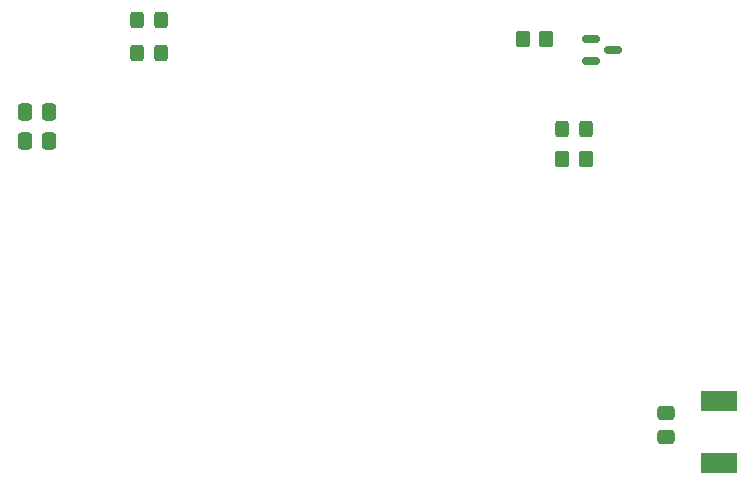
<source format=gbr>
%TF.GenerationSoftware,KiCad,Pcbnew,9.0.0*%
%TF.CreationDate,2025-04-30T00:07:22-04:00*%
%TF.ProjectId,W4MLB_Band_Display,57344d4c-425f-4426-916e-645f44697370,1.0*%
%TF.SameCoordinates,Original*%
%TF.FileFunction,Paste,Top*%
%TF.FilePolarity,Positive*%
%FSLAX46Y46*%
G04 Gerber Fmt 4.6, Leading zero omitted, Abs format (unit mm)*
G04 Created by KiCad (PCBNEW 9.0.0) date 2025-04-30 00:07:22*
%MOMM*%
%LPD*%
G01*
G04 APERTURE LIST*
G04 Aperture macros list*
%AMRoundRect*
0 Rectangle with rounded corners*
0 $1 Rounding radius*
0 $2 $3 $4 $5 $6 $7 $8 $9 X,Y pos of 4 corners*
0 Add a 4 corners polygon primitive as box body*
4,1,4,$2,$3,$4,$5,$6,$7,$8,$9,$2,$3,0*
0 Add four circle primitives for the rounded corners*
1,1,$1+$1,$2,$3*
1,1,$1+$1,$4,$5*
1,1,$1+$1,$6,$7*
1,1,$1+$1,$8,$9*
0 Add four rect primitives between the rounded corners*
20,1,$1+$1,$2,$3,$4,$5,0*
20,1,$1+$1,$4,$5,$6,$7,0*
20,1,$1+$1,$6,$7,$8,$9,0*
20,1,$1+$1,$8,$9,$2,$3,0*%
G04 Aperture macros list end*
%ADD10RoundRect,0.250000X-0.350000X-0.450000X0.350000X-0.450000X0.350000X0.450000X-0.350000X0.450000X0*%
%ADD11RoundRect,0.250000X-0.475000X0.337500X-0.475000X-0.337500X0.475000X-0.337500X0.475000X0.337500X0*%
%ADD12RoundRect,0.250000X0.325000X0.450000X-0.325000X0.450000X-0.325000X-0.450000X0.325000X-0.450000X0*%
%ADD13RoundRect,0.150000X-0.587500X-0.150000X0.587500X-0.150000X0.587500X0.150000X-0.587500X0.150000X0*%
%ADD14R,3.150000X1.780000*%
%ADD15RoundRect,0.250000X-0.337500X-0.475000X0.337500X-0.475000X0.337500X0.475000X-0.337500X0.475000X0*%
G04 APERTURE END LIST*
D10*
%TO.C,R2*%
X166650000Y-73350000D03*
X168650000Y-73350000D03*
%TD*%
D11*
%TO.C,C1*%
X178750000Y-105000000D03*
X178750000Y-107075000D03*
%TD*%
D10*
%TO.C,R1*%
X170000000Y-83500000D03*
X172000000Y-83500000D03*
%TD*%
D12*
%TO.C,D1*%
X136000000Y-71750000D03*
X133950000Y-71750000D03*
%TD*%
D13*
%TO.C,Q1*%
X172412500Y-73350000D03*
X172412500Y-75250000D03*
X174287500Y-74300000D03*
%TD*%
D12*
%TO.C,D3*%
X172000000Y-81000000D03*
X169950000Y-81000000D03*
%TD*%
D14*
%TO.C,F1*%
X183250000Y-109250000D03*
X183250000Y-104020000D03*
%TD*%
D12*
%TO.C,D2*%
X136000000Y-74500000D03*
X133950000Y-74500000D03*
%TD*%
D15*
%TO.C,C3*%
X124500000Y-82000000D03*
X126575000Y-82000000D03*
%TD*%
%TO.C,C4*%
X124500000Y-79500000D03*
X126575000Y-79500000D03*
%TD*%
M02*

</source>
